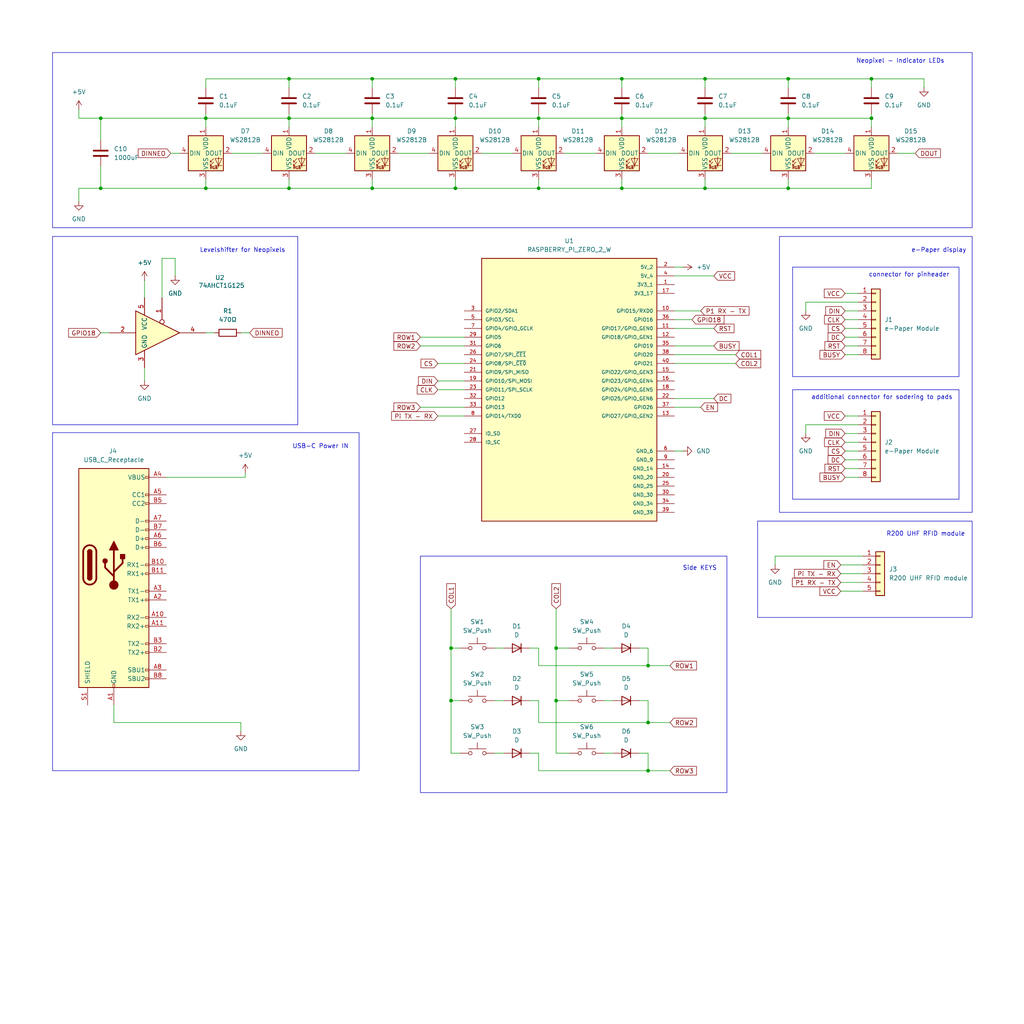
<source format=kicad_sch>
(kicad_sch (version 20250114) (generator "eeschema") (generator_version "9.0")
  (paper "User" 297 297)
  (title_block (title "smart_keybowl") (date "2025-07-06") (rev "1.0") (comment 1 "Author: Felix Wittwer"))
  (lib_symbols
    (symbol "74xGxx:74AHCT1G125"
      (property "Reference" "U" (at -2.54 3.81 0))
      (property "Value" "74AHCT1G125" (at 0 -3.81 0))
      (symbol "74AHCT1G125_0_1"
        (polyline (pts (xy -7.62 6.35) (xy -7.62 -6.35) (xy 5.08 0) (xy -7.62 6.35)) (stroke (width 0.254)) (fill (type background)))
      )
      (symbol "74AHCT1G125_1_1"
        (pin input line (at -15.24 0 0) (length 7.62) (name "~") (number "2"))
        (pin power_in line (at -5.08 10.16 270) (length 5.08) (name "VCC") (number "5"))
        (pin power_in line (at -5.08 -10.16 90) (length 5.08) (name "GND") (number "3"))
        (pin input inverted (at 0 10.16 270) (length 7.62) (name "~") (number "1"))
        (pin tri_state line (at 12.7 0 180) (length 7.62) (name "~") (number "4"))
      )
    )
    (symbol "Connector:USB_C_Receptacle" (pin_names (offset 1.016))
      (property "Reference" "J" (at -10.16 29.21 0))
      (property "Value" "USB_C_Receptacle" (at 10.16 29.21 0))
      (symbol "USB_C_Receptacle_0_0"
        (rectangle (start -0.254 -35.56) (end 0.254 -34.544))
        (rectangle (start 10.16 25.654) (end 9.144 25.146))
        (rectangle (start 10.16 20.574) (end 9.144 20.066))
        (rectangle (start 10.16 18.034) (end 9.144 17.526))
        (rectangle (start 10.16 12.954) (end 9.144 12.446))
        (rectangle (start 10.16 10.414) (end 9.144 9.906))
        (rectangle (start 10.16 7.874) (end 9.144 7.366))
        (rectangle (start 10.16 5.334) (end 9.144 4.826))
        (rectangle (start 10.16 0.254) (end 9.144 -0.254))
        (rectangle (start 10.16 -2.286) (end 9.144 -2.794))
        (rectangle (start 10.16 -7.366) (end 9.144 -7.874))
        (rectangle (start 10.16 -9.906) (end 9.144 -10.414))
        (rectangle (start 10.16 -14.986) (end 9.144 -15.494))
        (rectangle (start 10.16 -17.526) (end 9.144 -18.034))
        (rectangle (start 10.16 -22.606) (end 9.144 -23.114))
        (rectangle (start 10.16 -25.146) (end 9.144 -25.654))
        (rectangle (start 10.16 -30.226) (end 9.144 -30.734))
        (rectangle (start 10.16 -32.766) (end 9.144 -33.274))
      )
      (symbol "USB_C_Receptacle_0_1"
        (rectangle (start -10.16 27.94) (end 10.16 -35.56) (stroke (width 0.254)) (fill (type background)))
        (polyline (pts (xy -8.89 -3.81) (xy -8.89 3.81)) (stroke (width 0.508)))
        (rectangle (start -7.62 -3.81) (end -6.35 3.81) (stroke (width 0.254)) (fill (type outline)))
        (arc (start -7.62 3.81) (mid -6.985 4.4423) (end -6.35 3.81) (stroke (width 0.254)))
        (arc (start -7.62 3.81) (mid -6.985 4.4423) (end -6.35 3.81) (stroke (width 0.254)) (fill (type outline)))
        (arc (start -8.89 3.81) (mid -6.985 5.7067) (end -5.08 3.81) (stroke (width 0.508)))
        (arc (start -5.08 -3.81) (mid -6.985 -5.7067) (end -8.89 -3.81) (stroke (width 0.508)))
        (arc (start -6.35 -3.81) (mid -6.985 -4.4423) (end -7.62 -3.81) (stroke (width 0.254)))
        (arc (start -6.35 -3.81) (mid -6.985 -4.4423) (end -7.62 -3.81) (stroke (width 0.254)) (fill (type outline)))
        (polyline (pts (xy -5.08 3.81) (xy -5.08 -3.81)) (stroke (width 0.508)))
      )
      (symbol "USB_C_Receptacle_1_1"
        (circle (center -2.54 1.143) (radius 0.635) (stroke (width 0.254)) (fill (type outline)))
        (polyline (pts (xy -1.27 4.318) (xy 0 6.858) (xy 1.27 4.318) (xy -1.27 4.318)) (stroke (width 0.254)) (fill (type outline)))
        (polyline (pts (xy 0 -2.032) (xy 2.54 0.508) (xy 2.54 1.778)) (stroke (width 0.508)))
        (polyline (pts (xy 0 -3.302) (xy -2.54 -0.762) (xy -2.54 0.508)) (stroke (width 0.508)))
        (polyline (pts (xy 0 -5.842) (xy 0 4.318)) (stroke (width 0.508)))
        (circle (center 0 -5.842) (radius 1.27) (fill (type outline)))
        (rectangle (start 1.905 1.778) (end 3.175 3.048) (stroke (width 0.254)) (fill (type outline)))
        (pin passive line (at -7.62 -40.64 90) (length 5.08) (name "SHIELD") (number "S1"))
        (pin passive line (at 0 -40.64 90) (length 5.08) (name "GND") (number "A1"))
        (pin passive line (at 0 -40.64 90) (length 5.08) (hide yes) (name "GND") (number "A12"))
        (pin passive line (at 0 -40.64 90) (length 5.08) (hide yes) (name "GND") (number "B1"))
        (pin passive line (at 0 -40.64 90) (length 5.08) (hide yes) (name "GND") (number "B12"))
        (pin passive line (at 15.24 25.4 180) (length 5.08) (name "VBUS") (number "A4"))
        (pin passive line (at 15.24 25.4 180) (length 5.08) (hide yes) (name "VBUS") (number "A9"))
        (pin passive line (at 15.24 25.4 180) (length 5.08) (hide yes) (name "VBUS") (number "B4"))
        (pin passive line (at 15.24 25.4 180) (length 5.08) (hide yes) (name "VBUS") (number "B9"))
        (pin bidirectional line (at 15.24 20.32 180) (length 5.08) (name "CC1") (number "A5"))
        (pin bidirectional line (at 15.24 17.78 180) (length 5.08) (name "CC2") (number "B5"))
        (pin bidirectional line (at 15.24 12.7 180) (length 5.08) (name "D-") (number "A7"))
        (pin bidirectional line (at 15.24 10.16 180) (length 5.08) (name "D-") (number "B7"))
        (pin bidirectional line (at 15.24 7.62 180) (length 5.08) (name "D+") (number "A6"))
        (pin bidirectional line (at 15.24 5.08 180) (length 5.08) (name "D+") (number "B6"))
        (pin bidirectional line (at 15.24 0 180) (length 5.08) (name "RX1-") (number "B10"))
        (pin bidirectional line (at 15.24 -2.54 180) (length 5.08) (name "RX1+") (number "B11"))
        (pin bidirectional line (at 15.24 -7.62 180) (length 5.08) (name "TX1-") (number "A3"))
        (pin bidirectional line (at 15.24 -10.16 180) (length 5.08) (name "TX1+") (number "A2"))
        (pin bidirectional line (at 15.24 -15.24 180) (length 5.08) (name "RX2-") (number "A10"))
        (pin bidirectional line (at 15.24 -17.78 180) (length 5.08) (name "RX2+") (number "A11"))
        (pin bidirectional line (at 15.24 -22.86 180) (length 5.08) (name "TX2-") (number "B3"))
        (pin bidirectional line (at 15.24 -25.4 180) (length 5.08) (name "TX2+") (number "B2"))
        (pin bidirectional line (at 15.24 -30.48 180) (length 5.08) (name "SBU1") (number "A8"))
        (pin bidirectional line (at 15.24 -33.02 180) (length 5.08) (name "SBU2") (number "B8"))
      )
    )
    (symbol "Connector_Generic:Conn_01x05" (pin_names (offset 1.016) (hide yes))
      (property "Reference" "J" (at 0 7.62 0))
      (property "Value" "Conn_01x05" (at 0 -7.62 0))
      (symbol "Conn_01x05_1_1"
        (rectangle (start -1.27 6.35) (end 1.27 -6.35) (stroke (width 0.254)) (fill (type background)))
        (rectangle (start -1.27 5.207) (end 0 4.953) (stroke (width 0.1524)))
        (rectangle (start -1.27 2.667) (end 0 2.413) (stroke (width 0.1524)))
        (rectangle (start -1.27 0.127) (end 0 -0.127) (stroke (width 0.1524)))
        (rectangle (start -1.27 -2.413) (end 0 -2.667) (stroke (width 0.1524)))
        (rectangle (start -1.27 -4.953) (end 0 -5.207) (stroke (width 0.1524)))
        (pin passive line (at -5.08 5.08 0) (length 3.81) (name "Pin_1") (number "1"))
        (pin passive line (at -5.08 2.54 0) (length 3.81) (name "Pin_2") (number "2"))
        (pin passive line (at -5.08 0 0) (length 3.81) (name "Pin_3") (number "3"))
        (pin passive line (at -5.08 -2.54 0) (length 3.81) (name "Pin_4") (number "4"))
        (pin passive line (at -5.08 -5.08 0) (length 3.81) (name "Pin_5") (number "5"))
      )
    )
    (symbol "Connector_Generic:Conn_01x08" (pin_names (offset 1.016) (hide yes))
      (property "Reference" "J" (at 0 10.16 0))
      (property "Value" "Conn_01x08" (at 0 -12.7 0))
      (symbol "Conn_01x08_1_1"
        (rectangle (start -1.27 8.89) (end 1.27 -11.43) (stroke (width 0.254)) (fill (type background)))
        (rectangle (start -1.27 7.747) (end 0 7.493) (stroke (width 0.1524)))
        (rectangle (start -1.27 5.207) (end 0 4.953) (stroke (width 0.1524)))
        (rectangle (start -1.27 2.667) (end 0 2.413) (stroke (width 0.1524)))
        (rectangle (start -1.27 0.127) (end 0 -0.127) (stroke (width 0.1524)))
        (rectangle (start -1.27 -2.413) (end 0 -2.667) (stroke (width 0.1524)))
        (rectangle (start -1.27 -4.953) (end 0 -5.207) (stroke (width 0.1524)))
        (rectangle (start -1.27 -7.493) (end 0 -7.747) (stroke (width 0.1524)))
        (rectangle (start -1.27 -10.033) (end 0 -10.287) (stroke (width 0.1524)))
        (pin passive line (at -5.08 7.62 0) (length 3.81) (name "Pin_1") (number "1"))
        (pin passive line (at -5.08 5.08 0) (length 3.81) (name "Pin_2") (number "2"))
        (pin passive line (at -5.08 2.54 0) (length 3.81) (name "Pin_3") (number "3"))
        (pin passive line (at -5.08 0 0) (length 3.81) (name "Pin_4") (number "4"))
        (pin passive line (at -5.08 -2.54 0) (length 3.81) (name "Pin_5") (number "5"))
        (pin passive line (at -5.08 -5.08 0) (length 3.81) (name "Pin_6") (number "6"))
        (pin passive line (at -5.08 -7.62 0) (length 3.81) (name "Pin_7") (number "7"))
        (pin passive line (at -5.08 -10.16 0) (length 3.81) (name "Pin_8") (number "8"))
      )
    )
    (symbol "Device:C" (pin_numbers (hide yes)) (pin_names (offset 0.254))
      (property "Reference" "C" (at 0.635 2.54 0))
      (property "Value" "C" (at 0.635 -2.54 0))
      (symbol "C_0_1"
        (polyline (pts (xy -2.032 0.762) (xy 2.032 0.762)) (stroke (width 0.508)))
        (polyline (pts (xy -2.032 -0.762) (xy 2.032 -0.762)) (stroke (width 0.508)))
      )
      (symbol "C_1_1"
        (pin passive line (at 0 3.81 270) (length 2.794) (name "~") (number "1"))
        (pin passive line (at 0 -3.81 90) (length 2.794) (name "~") (number "2"))
      )
    )
    (symbol "Device:D" (pin_numbers (hide yes)) (pin_names (offset 1.016) (hide yes))
      (property "Reference" "D" (at 0 2.54 0))
      (property "Value" "D" (at 0 -2.54 0))
      (symbol "D_0_1"
        (polyline (pts (xy -1.27 1.27) (xy -1.27 -1.27)) (stroke (width 0.254)))
        (polyline (pts (xy 1.27 1.27) (xy 1.27 -1.27) (xy -1.27 0) (xy 1.27 1.27)) (stroke (width 0.254)))
        (polyline (pts (xy 1.27 0) (xy -1.27 0)))
      )
      (symbol "D_1_1"
        (pin passive line (at -3.81 0 0) (length 2.54) (name "K") (number "1"))
        (pin passive line (at 3.81 0 180) (length 2.54) (name "A") (number "2"))
      )
    )
    (symbol "Device:R" (pin_numbers (hide yes)) (pin_names (offset 0))
      (property "Reference" "R" (at 2.032 0 90))
      (property "Value" "R" (at 0 0 90))
      (symbol "R_0_1"
        (rectangle (start -1.016 -2.54) (end 1.016 2.54) (stroke (width 0.254)))
      )
      (symbol "R_1_1"
        (pin passive line (at 0 3.81 270) (length 1.27) (name "~") (number "1"))
        (pin passive line (at 0 -3.81 90) (length 1.27) (name "~") (number "2"))
      )
    )
    (symbol "LED:WS2812B" (pin_names (offset 0.254))
      (property "Reference" "D" (at 5.08 5.715 0))
      (property "Value" "WS2812B" (at 1.27 -5.715 0))
      (symbol "WS2812B_0_0"
        (text "RGB" (at 2.286 -4.191 0) (effects (font (size 0.762 0.762))))
      )
      (symbol "WS2812B_0_1"
        (polyline (pts (xy 1.27 -2.54) (xy 1.778 -2.54)))
        (polyline (pts (xy 1.27 -3.556) (xy 1.778 -3.556)))
        (polyline (pts (xy 2.286 -1.524) (xy 1.27 -2.54) (xy 1.27 -2.032)))
        (polyline (pts (xy 2.286 -2.54) (xy 1.27 -3.556) (xy 1.27 -3.048)))
        (polyline (pts (xy 3.683 -1.016) (xy 3.683 -3.556) (xy 3.683 -4.064)))
        (polyline (pts (xy 4.699 -1.524) (xy 2.667 -1.524) (xy 3.683 -3.556) (xy 4.699 -1.524)))
        (polyline (pts (xy 4.699 -3.556) (xy 2.667 -3.556)))
        (rectangle (start 5.08 5.08) (end -5.08 -5.08) (stroke (width 0.254)) (fill (type background)))
      )
      (symbol "WS2812B_1_1"
        (pin input line (at -7.62 0 0) (length 2.54) (name "DIN") (number "4"))
        (pin power_in line (at 0 7.62 270) (length 2.54) (name "VDD") (number "1"))
        (pin power_in line (at 0 -7.62 90) (length 2.54) (name "VSS") (number "3"))
        (pin output line (at 7.62 0 180) (length 2.54) (name "DOUT") (number "2"))
      )
    )
    (symbol "RPi:RASPBERRY_PI_ZERO_2_W" (pin_names (offset 1.016))
      (property "Reference" "U" (at -25.42 39.3962 0))
      (property "Value" "RASPBERRY_PI_ZERO_2_W" (at -25.4191 -40.6687 0))
      (symbol "RASPBERRY_PI_ZERO_2_W_0_0"
        (rectangle (start -25.4 -38.1) (end 25.4 38.1) (stroke (width 0.254)) (fill (type background)))
        (pin bidirectional line (at -30.48 22.86 0) (length 5.08) (name "GPIO2/SDA1") (number "3"))
        (pin bidirectional line (at -30.48 20.32 0) (length 5.08) (name "GPIO3/SCL") (number "5"))
        (pin bidirectional line (at -30.48 17.78 0) (length 5.08) (name "GPIO4/GPIO_GCLK") (number "7"))
        (pin bidirectional line (at -30.48 15.24 0) (length 5.08) (name "GPIO5") (number "29"))
        (pin bidirectional line (at -30.48 12.7 0) (length 5.08) (name "GPIO6") (number "31"))
        (pin bidirectional line (at -30.48 10.16 0) (length 5.08) (name "GPIO7/SPI_~{CE1}") (number "26"))
        (pin bidirectional line (at -30.48 7.62 0) (length 5.08) (name "GPIO8/SPI_~{CE0}") (number "24"))
        (pin bidirectional line (at -30.48 5.08 0) (length 5.08) (name "GPIO9/SPI_MISO") (number "21"))
        (pin bidirectional line (at -30.48 2.54 0) (length 5.08) (name "GPIO10/SPI_MOSI") (number "19"))
        (pin bidirectional line (at -30.48 0 0) (length 5.08) (name "GPIO11/SPI_SCLK") (number "23"))
        (pin bidirectional line (at -30.48 -2.54 0) (length 5.08) (name "GPIO12") (number "32"))
        (pin bidirectional line (at -30.48 -5.08 0) (length 5.08) (name "GPIO13") (number "33"))
        (pin bidirectional line (at -30.48 -7.62 0) (length 5.08) (name "GPIO14/TXD0") (number "8"))
        (pin bidirectional line (at -30.48 -12.7 0) (length 5.08) (name "ID_SD") (number "27"))
        (pin bidirectional line (at -30.48 -15.24 0) (length 5.08) (name "ID_SC") (number "28"))
        (pin power_in line (at 30.48 35.56 180) (length 5.08) (name "5V_2") (number "2"))
        (pin power_in line (at 30.48 33.02 180) (length 5.08) (name "5V_4") (number "4"))
        (pin power_in line (at 30.48 30.48 180) (length 5.08) (name "3V3_1") (number "1"))
        (pin power_in line (at 30.48 27.94 180) (length 5.08) (name "3V3_17") (number "17"))
        (pin bidirectional line (at 30.48 22.86 180) (length 5.08) (name "GPIO15/RXD0") (number "10"))
        (pin bidirectional line (at 30.48 20.32 180) (length 5.08) (name "GPIO16") (number "36"))
        (pin bidirectional line (at 30.48 17.78 180) (length 5.08) (name "GPIO17/GPIO_GEN0") (number "11"))
        (pin bidirectional line (at 30.48 15.24 180) (length 5.08) (name "GPIO18/GPIO_GEN1") (number "12"))
        (pin bidirectional line (at 30.48 12.7 180) (length 5.08) (name "GPIO19") (number "35"))
        (pin bidirectional line (at 30.48 10.16 180) (length 5.08) (name "GPIO20") (number "38"))
        (pin bidirectional line (at 30.48 7.62 180) (length 5.08) (name "GPIO21") (number "40"))
        (pin bidirectional line (at 30.48 5.08 180) (length 5.08) (name "GPIO22/GPIO_GEN3") (number "15"))
        (pin bidirectional line (at 30.48 2.54 180) (length 5.08) (name "GPIO23/GPIO_GEN4") (number "16"))
        (pin bidirectional line (at 30.48 0 180) (length 5.08) (name "GPIO24/GPIO_GEN5") (number "18"))
        (pin bidirectional line (at 30.48 -2.54 180) (length 5.08) (name "GPIO25/GPIO_GEN6") (number "22"))
        (pin bidirectional line (at 30.48 -5.08 180) (length 5.08) (name "GPIO26") (number "37"))
        (pin bidirectional line (at 30.48 -7.62 180) (length 5.08) (name "GPIO27/GPIO_GEN2") (number "13"))
        (pin power_in line (at 30.48 -17.78 180) (length 5.08) (name "GND_6") (number "6"))
        (pin power_in line (at 30.48 -20.32 180) (length 5.08) (name "GND_9") (number "9"))
        (pin power_in line (at 30.48 -22.86 180) (length 5.08) (name "GND_14") (number "14"))
        (pin power_in line (at 30.48 -25.4 180) (length 5.08) (name "GND_20") (number "20"))
        (pin power_in line (at 30.48 -27.94 180) (length 5.08) (name "GND_25") (number "25"))
        (pin power_in line (at 30.48 -30.48 180) (length 5.08) (name "GND_30") (number "30"))
        (pin power_in line (at 30.48 -33.02 180) (length 5.08) (name "GND_34") (number "34"))
        (pin power_in line (at 30.48 -35.56 180) (length 5.08) (name "GND_39") (number "39"))
      )
    )
    (symbol "Switch:SW_Push" (pin_numbers (hide yes)) (pin_names (offset 1.016) (hide yes))
      (property "Reference" "SW" (at 1.27 2.54 0))
      (property "Value" "SW_Push" (at 0 -1.524 0))
      (symbol "SW_Push_0_1"
        (circle (center -2.032 0) (radius 0.508))
        (polyline (pts (xy 0 1.27) (xy 0 3.048)))
        (circle (center 2.032 0) (radius 0.508))
        (polyline (pts (xy 2.54 1.27) (xy -2.54 1.27)))
        (pin passive line (at -5.08 0 0) (length 2.54) (name "1") (number "1"))
        (pin passive line (at 5.08 0 180) (length 2.54) (name "2") (number "2"))
      )
    )
    (symbol "power:+5V" (power) (pin_numbers (hide yes)) (pin_names (offset 0) (hide yes))
      (property "Value" "+5V" (at 0 3.556 0))
      (symbol "+5V_0_1"
        (polyline (pts (xy -0.762 1.27) (xy 0 2.54)))
        (polyline (pts (xy 0 2.54) (xy 0.762 1.27)))
        (polyline (pts (xy 0 0) (xy 0 2.54)))
      )
      (symbol "+5V_1_1"
        (pin power_in line (at 0 0 90) (length 0) (name "~") (number "1"))
      )
    )
    (symbol "power:GND" (power) (pin_numbers (hide yes)) (pin_names (offset 0) (hide yes))
      (property "Value" "GND" (at 0 -3.81 0))
      (symbol "GND_0_1"
        (polyline (pts (xy 0 0) (xy 0 -1.27) (xy 1.27 -1.27) (xy 0 -2.54) (xy -1.27 -1.27) (xy 0 -1.27)))
      )
      (symbol "GND_1_1"
        (pin power_in line (at 0 0 270) (length 0) (name "~") (number "1"))
      )
    )
  )
  (rectangle (start 229.87 77.47) (end 278.13 109.22))
  (rectangle (start 15.24 68.58) (end 86.36 123.19))
  (rectangle (start 229.87 113.03) (end 278.13 144.78))
  (rectangle (start 219.71 151.13) (end 281.94 179.07))
  (rectangle (start 226.06 68.58) (end 281.94 148.59))
  (rectangle (start 15.24 15.24) (end 281.94 66.04))
  (rectangle (start 15.24 125.476) (end 104.14 223.52))
  (rectangle (start 121.92 161.29) (end 210.82 229.87))
  (text "R200 UHF RFID module" (at 268.478 154.94 0) (effects (font (size 1.27 1.27))))
  (text "connector for pinheader" (at 263.652 79.756 0) (effects (font (size 1.27 1.27))))
  (text "Side KEYS" (at 202.946 164.846 0) (effects (font (size 1.27 1.27))))
  (text "Levelshifter for Neopixels" (at 70.358 72.644 0) (effects (font (size 1.27 1.27))))
  (text "USB-C Power IN" (at 92.964 129.54 0) (effects (font (size 1.27 1.27))))
  (text "Neopixel - Indicator LEDs" (at 261.112 17.78 0) (effects (font (size 1.27 1.27))))
  (text "additional connector for sodering to pads" (at 255.778 115.316 0) (effects (font (size 1.27 1.27))))
  (text "e-Paper display" (at 272.288 72.644 0) (effects (font (size 1.27 1.27))))
  (junction (at 107.95 54.61))
  (junction (at 228.6 22.86))
  (junction (at 83.82 22.86))
  (junction (at 59.69 54.61))
  (junction (at 180.34 54.61))
  (junction (at 252.73 22.86))
  (junction (at 132.08 54.61))
  (junction (at 156.21 22.86))
  (junction (at 107.95 34.29))
  (junction (at 83.82 54.61))
  (junction (at 187.96 223.52))
  (junction (at 204.47 22.86))
  (junction (at 187.96 209.55))
  (junction (at 204.47 54.61))
  (junction (at 252.73 34.29))
  (junction (at 180.34 22.86))
  (junction (at 161.29 203.2))
  (junction (at 130.81 187.96))
  (junction (at 228.6 34.29))
  (junction (at 156.21 34.29))
  (junction (at 228.6 54.61))
  (junction (at 161.29 187.96))
  (junction (at 107.95 22.86))
  (junction (at 29.21 34.29))
  (junction (at 29.21 54.61))
  (junction (at 83.82 34.29))
  (junction (at 180.34 34.29))
  (junction (at 59.69 34.29))
  (junction (at 204.47 34.29))
  (junction (at 132.08 22.86))
  (junction (at 130.81 203.2))
  (junction (at 132.08 34.29))
  (junction (at 156.21 54.61))
  (junction (at 187.96 193.04))
  (wire (pts (xy 107.95 22.86) (xy 132.08 22.86)))
  (wire (pts (xy 228.6 33.02) (xy 228.6 34.29)))
  (wire (pts (xy 260.35 44.45) (xy 265.43 44.45)))
  (wire (pts (xy 46.99 74.93) (xy 46.99 86.36)))
  (wire (pts (xy 245.11 138.43) (xy 248.92 138.43)))
  (wire (pts (xy 59.69 33.02) (xy 59.69 34.29)))
  (wire (pts (xy 33.02 204.47) (xy 33.02 209.55)))
  (wire (pts (xy 204.47 34.29) (xy 204.47 36.83)))
  (wire (pts (xy 156.21 22.86) (xy 156.21 25.4)))
  (wire (pts (xy 245.11 128.27) (xy 248.92 128.27)))
  (wire (pts (xy 203.2 90.17) (xy 195.58 90.17)))
  (wire (pts (xy 187.96 223.52) (xy 194.31 223.52)))
  (wire (pts (xy 245.11 133.35) (xy 248.92 133.35)))
  (wire (pts (xy 41.91 81.28) (xy 41.91 86.36)))
  (wire (pts (xy 132.08 54.61) (xy 107.95 54.61)))
  (wire (pts (xy 156.21 54.61) (xy 132.08 54.61)))
  (wire (pts (xy 156.21 34.29) (xy 156.21 36.83)))
  (wire (pts (xy 175.26 218.44) (xy 177.8 218.44)))
  (wire (pts (xy 132.08 52.07) (xy 132.08 54.61)))
  (wire (pts (xy 165.1 203.2) (xy 161.29 203.2)))
  (wire (pts (xy 156.21 218.44) (xy 153.67 218.44)))
  (wire (pts (xy 180.34 22.86) (xy 204.47 22.86)))
  (wire (pts (xy 224.79 161.29) (xy 250.19 161.29)))
  (wire (pts (xy 195.58 118.11) (xy 203.2 118.11)))
  (wire (pts (xy 243.84 166.37) (xy 250.19 166.37)))
  (wire (pts (xy 204.47 54.61) (xy 180.34 54.61)))
  (wire (pts (xy 69.85 212.09) (xy 69.85 209.55)))
  (wire (pts (xy 180.34 54.61) (xy 156.21 54.61)))
  (wire (pts (xy 48.26 138.43) (xy 71.12 138.43)))
  (wire (pts (xy 156.21 33.02) (xy 156.21 34.29)))
  (wire (pts (xy 252.73 54.61) (xy 228.6 54.61)))
  (wire (pts (xy 180.34 34.29) (xy 156.21 34.29)))
  (wire (pts (xy 50.8 74.93) (xy 50.8 80.01)))
  (wire (pts (xy 204.47 22.86) (xy 228.6 22.86)))
  (wire (pts (xy 132.08 34.29) (xy 132.08 36.83)))
  (wire (pts (xy 204.47 33.02) (xy 204.47 34.29)))
  (wire (pts (xy 163.83 44.45) (xy 172.72 44.45)))
  (wire (pts (xy 59.69 52.07) (xy 59.69 54.61)))
  (wire (pts (xy 165.1 218.44) (xy 161.29 218.44)))
  (wire (pts (xy 156.21 22.86) (xy 180.34 22.86)))
  (wire (pts (xy 233.68 123.19) (xy 248.92 123.19)))
  (wire (pts (xy 121.92 100.33) (xy 134.62 100.33)))
  (wire (pts (xy 143.51 203.2) (xy 146.05 203.2)))
  (wire (pts (xy 195.58 100.33) (xy 207.01 100.33)))
  (wire (pts (xy 233.68 87.63) (xy 248.92 87.63)))
  (wire (pts (xy 187.96 209.55) (xy 194.31 209.55)))
  (wire (pts (xy 121.92 118.11) (xy 134.62 118.11)))
  (wire (pts (xy 139.7 44.45) (xy 148.59 44.45)))
  (wire (pts (xy 245.11 97.79) (xy 248.92 97.79)))
  (wire (pts (xy 130.81 187.96) (xy 133.35 187.96)))
  (wire (pts (xy 132.08 22.86) (xy 132.08 25.4)))
  (wire (pts (xy 71.12 137.16) (xy 71.12 138.43)))
  (wire (pts (xy 175.26 203.2) (xy 177.8 203.2)))
  (wire (pts (xy 83.82 34.29) (xy 83.82 36.83)))
  (wire (pts (xy 161.29 218.44) (xy 161.29 203.2)))
  (wire (pts (xy 243.84 163.83) (xy 250.19 163.83)))
  (wire (pts (xy 33.02 209.55) (xy 69.85 209.55)))
  (wire (pts (xy 59.69 25.4) (xy 59.69 22.86)))
  (wire (pts (xy 133.35 203.2) (xy 130.81 203.2)))
  (wire (pts (xy 29.21 54.61) (xy 59.69 54.61)))
  (wire (pts (xy 233.68 87.63) (xy 233.68 90.17)))
  (wire (pts (xy 59.69 22.86) (xy 83.82 22.86)))
  (wire (pts (xy 228.6 52.07) (xy 228.6 54.61)))
  (wire (pts (xy 187.96 203.2) (xy 187.96 209.55)))
  (wire (pts (xy 245.11 92.71) (xy 248.92 92.71)))
  (wire (pts (xy 195.58 95.25) (xy 207.01 95.25)))
  (wire (pts (xy 156.21 209.55) (xy 187.96 209.55)))
  (wire (pts (xy 161.29 203.2) (xy 161.29 187.96)))
  (wire (pts (xy 195.58 102.87) (xy 213.36 102.87)))
  (wire (pts (xy 180.34 34.29) (xy 180.34 36.83)))
  (wire (pts (xy 207.01 80.01) (xy 195.58 80.01)))
  (wire (pts (xy 156.21 52.07) (xy 156.21 54.61)))
  (wire (pts (xy 245.11 102.87) (xy 248.92 102.87)))
  (wire (pts (xy 161.29 187.96) (xy 165.1 187.96)))
  (wire (pts (xy 245.11 85.09) (xy 248.92 85.09)))
  (wire (pts (xy 180.34 25.4) (xy 180.34 22.86)))
  (wire (pts (xy 83.82 34.29) (xy 59.69 34.29)))
  (wire (pts (xy 127 105.41) (xy 134.62 105.41)))
  (wire (pts (xy 133.35 218.44) (xy 130.81 218.44)))
  (wire (pts (xy 132.08 33.02) (xy 132.08 34.29)))
  (wire (pts (xy 115.57 44.45) (xy 124.46 44.45)))
  (wire (pts (xy 228.6 22.86) (xy 228.6 25.4)))
  (wire (pts (xy 228.6 34.29) (xy 204.47 34.29)))
  (wire (pts (xy 127 110.49) (xy 134.62 110.49)))
  (wire (pts (xy 83.82 22.86) (xy 107.95 22.86)))
  (wire (pts (xy 156.21 203.2) (xy 156.21 209.55)))
  (wire (pts (xy 187.96 44.45) (xy 196.85 44.45)))
  (wire (pts (xy 252.73 36.83) (xy 252.73 34.29)))
  (wire (pts (xy 22.86 58.42) (xy 22.86 54.61)))
  (wire (pts (xy 83.82 33.02) (xy 83.82 34.29)))
  (wire (pts (xy 245.11 100.33) (xy 248.92 100.33)))
  (wire (pts (xy 67.31 44.45) (xy 76.2 44.45)))
  (wire (pts (xy 29.21 40.64) (xy 29.21 34.29)))
  (wire (pts (xy 252.73 34.29) (xy 228.6 34.29)))
  (wire (pts (xy 175.26 187.96) (xy 177.8 187.96)))
  (wire (pts (xy 59.69 34.29) (xy 59.69 36.83)))
  (wire (pts (xy 245.11 120.65) (xy 248.92 120.65)))
  (wire (pts (xy 132.08 22.86) (xy 156.21 22.86)))
  (wire (pts (xy 187.96 193.04) (xy 194.31 193.04)))
  (wire (pts (xy 195.58 115.57) (xy 207.01 115.57)))
  (wire (pts (xy 156.21 187.96) (xy 156.21 193.04)))
  (wire (pts (xy 143.51 218.44) (xy 146.05 218.44)))
  (wire (pts (xy 195.58 77.47) (xy 198.12 77.47)))
  (wire (pts (xy 161.29 176.53) (xy 161.29 187.96)))
  (wire (pts (xy 233.68 123.19) (xy 233.68 125.73)))
  (wire (pts (xy 243.84 171.45) (xy 250.19 171.45)))
  (wire (pts (xy 156.21 223.52) (xy 187.96 223.52)))
  (wire (pts (xy 107.95 52.07) (xy 107.95 54.61)))
  (wire (pts (xy 228.6 34.29) (xy 228.6 36.83)))
  (wire (pts (xy 107.95 34.29) (xy 107.95 36.83)))
  (wire (pts (xy 252.73 33.02) (xy 252.73 34.29)))
  (wire (pts (xy 132.08 34.29) (xy 107.95 34.29)))
  (wire (pts (xy 107.95 33.02) (xy 107.95 34.29)))
  (wire (pts (xy 224.79 161.29) (xy 224.79 163.83)))
  (wire (pts (xy 130.81 203.2) (xy 130.81 187.96)))
  (wire (pts (xy 130.81 218.44) (xy 130.81 203.2)))
  (wire (pts (xy 29.21 96.52) (xy 31.75 96.52)))
  (wire (pts (xy 49.53 44.45) (xy 52.07 44.45)))
  (wire (pts (xy 204.47 52.07) (xy 204.47 54.61)))
  (wire (pts (xy 187.96 218.44) (xy 187.96 223.52)))
  (wire (pts (xy 121.92 97.79) (xy 134.62 97.79)))
  (wire (pts (xy 204.47 34.29) (xy 180.34 34.29)))
  (wire (pts (xy 212.09 44.45) (xy 220.98 44.45)))
  (wire (pts (xy 180.34 33.02) (xy 180.34 34.29)))
  (wire (pts (xy 29.21 34.29) (xy 59.69 34.29)))
  (wire (pts (xy 252.73 22.86) (xy 252.73 25.4)))
  (wire (pts (xy 245.11 95.25) (xy 248.92 95.25)))
  (wire (pts (xy 204.47 22.86) (xy 204.47 25.4)))
  (wire (pts (xy 195.58 130.81) (xy 198.12 130.81)))
  (wire (pts (xy 62.23 96.52) (xy 59.69 96.52)))
  (wire (pts (xy 29.21 48.26) (xy 29.21 54.61)))
  (wire (pts (xy 72.39 96.52) (xy 69.85 96.52)))
  (wire (pts (xy 243.84 168.91) (xy 250.19 168.91)))
  (wire (pts (xy 107.95 54.61) (xy 83.82 54.61)))
  (wire (pts (xy 267.97 25.4) (xy 267.97 22.86)))
  (wire (pts (xy 185.42 187.96) (xy 187.96 187.96)))
  (wire (pts (xy 156.21 193.04) (xy 187.96 193.04)))
  (wire (pts (xy 41.91 106.68) (xy 41.91 110.49)))
  (wire (pts (xy 91.44 44.45) (xy 100.33 44.45)))
  (wire (pts (xy 107.95 34.29) (xy 83.82 34.29)))
  (wire (pts (xy 127 120.65) (xy 134.62 120.65)))
  (wire (pts (xy 156.21 203.2) (xy 153.67 203.2)))
  (wire (pts (xy 127 113.03) (xy 134.62 113.03)))
  (wire (pts (xy 228.6 22.86) (xy 252.73 22.86)))
  (wire (pts (xy 156.21 34.29) (xy 132.08 34.29)))
  (wire (pts (xy 180.34 52.07) (xy 180.34 54.61)))
  (wire (pts (xy 245.11 125.73) (xy 248.92 125.73)))
  (wire (pts (xy 143.51 187.96) (xy 146.05 187.96)))
  (wire (pts (xy 185.42 203.2) (xy 187.96 203.2)))
  (wire (pts (xy 236.22 44.45) (xy 245.11 44.45)))
  (wire (pts (xy 187.96 187.96) (xy 187.96 193.04)))
  (wire (pts (xy 153.67 187.96) (xy 156.21 187.96)))
  (wire (pts (xy 83.82 52.07) (xy 83.82 54.61)))
  (wire (pts (xy 267.97 22.86) (xy 252.73 22.86)))
  (wire (pts (xy 245.11 90.17) (xy 248.92 90.17)))
  (wire (pts (xy 195.58 92.71) (xy 200.66 92.71)))
  (wire (pts (xy 83.82 22.86) (xy 83.82 25.4)))
  (wire (pts (xy 22.86 54.61) (xy 29.21 54.61)))
  (wire (pts (xy 22.86 31.75) (xy 22.86 34.29)))
  (wire (pts (xy 156.21 218.44) (xy 156.21 223.52)))
  (wire (pts (xy 130.81 176.53) (xy 130.81 187.96)))
  (wire (pts (xy 228.6 54.61) (xy 204.47 54.61)))
  (wire (pts (xy 22.86 34.29) (xy 29.21 34.29)))
  (wire (pts (xy 195.58 105.41) (xy 213.36 105.41)))
  (wire (pts (xy 252.73 52.07) (xy 252.73 54.61)))
  (wire (pts (xy 50.8 74.93) (xy 46.99 74.93)))
  (wire (pts (xy 107.95 22.86) (xy 107.95 25.4)))
  (wire (pts (xy 83.82 54.61) (xy 59.69 54.61)))
  (wire (pts (xy 185.42 218.44) (xy 187.96 218.44)))
  (wire (pts (xy 245.11 130.81) (xy 248.92 130.81)))
  (wire (pts (xy 245.11 135.89) (xy 248.92 135.89)))
  (global_label "BUSY" (shape input) (at 207.01 100.33 0) (property "Intersheetrefs" "${INTERSHEET_REFS}" (effects (hide yes))))
  (global_label "ROW1" (shape input) (at 121.92 97.79 180) (property "Intersheetrefs" "${INTERSHEET_REFS}" (effects (hide yes))))
  (global_label "BUSY" (shape input) (at 245.11 102.87 180) (property "Intersheetrefs" "${INTERSHEET_REFS}" (effects (hide yes))))
  (global_label "P1 RX - TX" (shape input) (at 243.84 168.91 180) (property "Intersheetrefs" "${INTERSHEET_REFS}" (effects (hide yes))))
  (global_label "Pi TX - RX" (shape input) (at 243.84 166.37 180) (property "Intersheetrefs" "${INTERSHEET_REFS}" (effects (hide yes))))
  (global_label "DC" (shape input) (at 245.11 133.35 180) (property "Intersheetrefs" "${INTERSHEET_REFS}" (effects (hide yes))))
  (global_label "CS" (shape input) (at 245.11 95.25 180) (property "Intersheetrefs" "${INTERSHEET_REFS}" (effects (hide yes))))
  (global_label "CS" (shape input) (at 127 105.41 180) (property "Intersheetrefs" "${INTERSHEET_REFS}" (effects (hide yes))))
  (global_label "VCC" (shape input) (at 245.11 85.09 180) (property "Intersheetrefs" "${INTERSHEET_REFS}" (effects (hide yes))))
  (global_label "VCC" (shape input) (at 245.11 120.65 180) (property "Intersheetrefs" "${INTERSHEET_REFS}" (effects (hide yes))))
  (global_label "P1 RX - TX" (shape input) (at 203.2 90.17 0) (property "Intersheetrefs" "${INTERSHEET_REFS}" (effects (hide yes))))
  (global_label "ROW2" (shape input) (at 121.92 100.33 180) (property "Intersheetrefs" "${INTERSHEET_REFS}" (effects (hide yes))))
  (global_label "CLK" (shape input) (at 127 113.03 180) (property "Intersheetrefs" "${INTERSHEET_REFS}" (effects (hide yes))))
  (global_label "Pi TX - RX" (shape input) (at 127 120.65 180) (property "Intersheetrefs" "${INTERSHEET_REFS}" (effects (hide yes))))
  (global_label "ROW3" (shape input) (at 121.92 118.11 180) (property "Intersheetrefs" "${INTERSHEET_REFS}" (effects (hide yes))))
  (global_label "ROW3" (shape input) (at 194.31 223.52 0) (property "Intersheetrefs" "${INTERSHEET_REFS}" (effects (hide yes))))
  (global_label "ROW1" (shape input) (at 194.31 193.04 0) (property "Intersheetrefs" "${INTERSHEET_REFS}" (effects (hide yes))))
  (global_label "DIN" (shape input) (at 245.11 125.73 180) (property "Intersheetrefs" "${INTERSHEET_REFS}" (effects (hide yes))))
  (global_label "EN" (shape input) (at 243.84 163.83 180) (property "Intersheetrefs" "${INTERSHEET_REFS}" (effects (hide yes))))
  (global_label "CLK" (shape input) (at 245.11 92.71 180) (property "Intersheetrefs" "${INTERSHEET_REFS}" (effects (hide yes))))
  (global_label "VCC" (shape input) (at 243.84 171.45 180) (property "Intersheetrefs" "${INTERSHEET_REFS}" (effects (hide yes))))
  (global_label "VCC" (shape input) (at 207.01 80.01 0) (property "Intersheetrefs" "${INTERSHEET_REFS}" (effects (hide yes))))
  (global_label "RST" (shape input) (at 245.11 135.89 180) (property "Intersheetrefs" "${INTERSHEET_REFS}" (effects (hide yes))))
  (global_label "DC" (shape input) (at 245.11 97.79 180) (property "Intersheetrefs" "${INTERSHEET_REFS}" (effects (hide yes))))
  (global_label "BUSY" (shape input) (at 245.11 138.43 180) (property "Intersheetrefs" "${INTERSHEET_REFS}" (effects (hide yes))))
  (global_label "RST" (shape input) (at 207.01 95.25 0) (property "Intersheetrefs" "${INTERSHEET_REFS}" (effects (hide yes))))
  (global_label "DC" (shape input) (at 207.01 115.57 0) (property "Intersheetrefs" "${INTERSHEET_REFS}" (effects (hide yes))))
  (global_label "RST" (shape input) (at 245.11 100.33 180) (property "Intersheetrefs" "${INTERSHEET_REFS}" (effects (hide yes))))
  (global_label "CS" (shape input) (at 245.11 130.81 180) (property "Intersheetrefs" "${INTERSHEET_REFS}" (effects (hide yes))))
  (global_label "DINNEO" (shape input) (at 49.53 44.45 180) (property "Intersheetrefs" "${INTERSHEET_REFS}" (effects (hide yes))))
  (global_label "DIN" (shape input) (at 245.11 90.17 180) (property "Intersheetrefs" "${INTERSHEET_REFS}" (effects (hide yes))))
  (global_label "DINNEO" (shape input) (at 72.39 96.52 0) (property "Intersheetrefs" "${INTERSHEET_REFS}" (effects (hide yes))))
  (global_label "DIN" (shape input) (at 127 110.49 180) (property "Intersheetrefs" "${INTERSHEET_REFS}" (effects (hide yes))))
  (global_label "EN" (shape input) (at 203.2 118.11 0) (property "Intersheetrefs" "${INTERSHEET_REFS}" (effects (hide yes))))
  (global_label "COL2" (shape input) (at 161.29 176.53 90) (property "Intersheetrefs" "${INTERSHEET_REFS}" (effects (hide yes))))
  (global_label "COL1" (shape input) (at 130.81 176.53 90) (property "Intersheetrefs" "${INTERSHEET_REFS}" (effects (hide yes))))
  (global_label "GPIO18" (shape input) (at 29.21 96.52 180) (property "Intersheetrefs" "${INTERSHEET_REFS}" (effects (hide yes))))
  (global_label "COL2" (shape input) (at 213.36 105.41 0) (property "Intersheetrefs" "${INTERSHEET_REFS}" (effects (hide yes))))
  (global_label "GPIO18" (shape input) (at 200.66 92.71 0) (property "Intersheetrefs" "${INTERSHEET_REFS}" (effects (hide yes))))
  (global_label "ROW2" (shape input) (at 194.31 209.55 0) (property "Intersheetrefs" "${INTERSHEET_REFS}" (effects (hide yes))))
  (global_label "CLK" (shape input) (at 245.11 128.27 180) (property "Intersheetrefs" "${INTERSHEET_REFS}" (effects (hide yes))))
  (global_label "COL1" (shape input) (at 213.36 102.87 0) (property "Intersheetrefs" "${INTERSHEET_REFS}" (effects (hide yes))))
  (global_label "DOUT" (shape input) (at 265.43 44.45 0) (property "Intersheetrefs" "${INTERSHEET_REFS}" (effects (hide yes))))
  (symbol (lib_id "power:+5V") (at 41.91 81.28 0) (unit 1)
    (property "Reference" "#PWR05" (effects (hide yes)))
    (property "Value" "+5V" (at 41.91 76.2 0))
    (property "Description" "Power symbol creates a global label with name \"+5V\"" (effects (hide yes)))
  )
  (symbol (lib_id "Device:C") (at 180.34 29.21 0) (unit 1)
    (property "Reference" "C6" (at 184.15 27.9399 0) (effects (justify left)))
    (property "Value" "0.1uF" (at 184.15 30.4799 0) (effects (justify left)))
    (property "Footprint" "Capacitor_SMD:C_0805_2012Metric" (effects (hide yes)))
    (property "Description" "Unpolarized capacitor" (effects (hide yes)))
  )
  (symbol (lib_id "power:GND") (at 198.12 130.81 90) (unit 1)
    (property "Reference" "#PWR04" (effects (hide yes)))
    (property "Value" "GND" (at 201.93 130.8099 90) (effects (justify right)))
    (property "Description" "Power symbol creates a global label with name \"GND\" , ground" (effects (hide yes)))
  )
  (symbol (lib_id "Connector_Generic:Conn_01x08") (at 254 128.27 0) (unit 1)
    (property "Reference" "J2" (at 256.54 128.2699 0) (effects (justify left)))
    (property "Value" "e-Paper Module" (at 256.54 130.8099 0) (effects (justify left)))
    (property "Footprint" "Connector_JST:JST_EH_B8B-EH-A_1x08_P2.50mm_Vertical" (effects (hide yes)))
    (property "Description" "Generic connector, single row, 01x08, script generated (kicad-library-utils/schlib/autogen/connector/)" (effects (hide yes)))
  )
  (symbol (lib_id "Device:D") (at 149.86 187.96 180) (unit 1)
    (property "Reference" "D1" (at 149.86 181.61 0))
    (property "Value" "D" (at 149.86 184.15 0))
    (property "Footprint" "Diode_SMD:D_0805_2012Metric" (effects (hide yes)))
    (property "Description" "Diode" (effects (hide yes)))
    (property "Sim.Device" "D" (effects (hide yes)))
    (property "Sim.Pins" "1=K 2=A" (effects (hide yes)))
  )
  (symbol (lib_id "power:GND") (at 233.68 125.73 0) (unit 1)
    (property "Reference" "#PWR08" (effects (hide yes)))
    (property "Value" "GND" (at 233.68 130.81 0))
    (property "Description" "Power symbol creates a global label with name \"GND\" , ground" (effects (hide yes)))
  )
  (symbol (lib_id "LED:WS2812B") (at 59.69 44.45 0) (unit 1)
    (property "Reference" "D7" (at 71.12 38.0298 0))
    (property "Value" "WS2812B" (at 71.12 40.5698 0))
    (property "Footprint" "LED_SMD:LED_WS2812B_PLCC4_5.0x5.0mm_P3.2mm" (effects (hide yes)))
    (property "Datasheet" "https://cdn-shop.adafruit.com/datasheets/WS2812B.pdf" (effects (hide yes)))
    (property "Description" "RGB LED with integrated controller" (effects (hide yes)))
  )
  (symbol (lib_id "74xGxx:74AHCT1G125") (at 46.99 96.52 0) (unit 1)
    (property "Reference" "U2" (at 63.754 80.518 0))
    (property "Value" "74AHCT1G125" (at 64.262 82.804 0))
    (property "Footprint" "LS:SOT95P280X145-5N" (effects (hide yes)))
    (property "Datasheet" "http://www.ti.com/lit/sg/scyt129e/scyt129e.pdf" (effects (hide yes)))
    (property "Description" "Single Buffer Gate Tri-State, Low-Voltage CMOS" (effects (hide yes)))
  )
  (symbol (lib_id "RPi:RASPBERRY_PI_ZERO_2_W") (at 165.1 113.03 0) (unit 1)
    (property "Reference" "U1" (at 165.1 69.85 0))
    (property "Value" "RASPBERRY_PI_ZERO_2_W" (at 165.1 72.39 0))
    (property "Footprint" "Module:Raspberry_Pi_Zero_Socketed_THT_FaceDown_MountingHoles" (effects (hide yes)))
    (property "MF" "Raspberry Pi" (effects (hide yes)))
    (property "Description_1" "At the heart of Raspberry Pi Zero 2 W is RP3A0, a custom-built system-in-package designed by Raspberry Pi in the UK." (effects (hide yes)))
    (property "Package" "None" (effects (hide yes)))
    (property "Price" "None" (effects (hide yes)))
    (property "Check_prices" "https://www.snapeda.com/parts/RASPBERRY%20PI%20ZERO%202%20W/Raspberry+Pi/view-part/?ref=eda" (effects (hide yes)))
    (property "STANDARD" "Manufacturer Recommendations" (effects (hide yes)))
    (property "PARTREV" "April 2024" (effects (hide yes)))
    (property "SnapEDA_Link" "https://www.snapeda.com/parts/RASPBERRY%20PI%20ZERO%202%20W/Raspberry+Pi/view-part/?ref=snap" (effects (hide yes)))
    (property "MP" "RASPBERRY PI ZERO 2 W" (effects (hide yes)))
    (property "Availability" "In Stock" (effects (hide yes)))
    (property "MANUFACTURER" "Raspberry Pi" (effects (hide yes)))
  )
  (symbol (lib_id "Device:C") (at 29.21 44.45 0) (unit 1)
    (property "Reference" "C10" (at 33.02 43.1799 0) (effects (justify left)))
    (property "Value" "1000uF" (at 33.02 45.7199 0) (effects (justify left)))
    (property "Footprint" "Capacitor_SMD:C_0805_2012Metric" (effects (hide yes)))
    (property "Description" "Unpolarized capacitor" (effects (hide yes)))
  )
  (symbol (lib_id "LED:WS2812B") (at 228.6 44.45 0) (unit 1)
    (property "Reference" "D14" (at 240.03 38.0298 0))
    (property "Value" "WS2812B" (at 240.03 40.5698 0))
    (property "Footprint" "LED_SMD:LED_WS2812B_PLCC4_5.0x5.0mm_P3.2mm" (effects (hide yes)))
    (property "Datasheet" "https://cdn-shop.adafruit.com/datasheets/WS2812B.pdf" (effects (hide yes)))
    (property "Description" "RGB LED with integrated controller" (effects (hide yes)))
  )
  (symbol (lib_id "power:+5V") (at 22.86 31.75 0) (unit 1)
    (property "Reference" "#PWR02" (effects (hide yes)))
    (property "Value" "+5V" (at 22.86 26.67 0))
    (property "Description" "Power symbol creates a global label with name \"+5V\"" (effects (hide yes)))
  )
  (symbol (lib_id "LED:WS2812B") (at 156.21 44.45 0) (unit 1)
    (property "Reference" "D11" (at 167.64 38.0298 0))
    (property "Value" "WS2812B" (at 167.64 40.5698 0))
    (property "Footprint" "LED_SMD:LED_WS2812B_PLCC4_5.0x5.0mm_P3.2mm" (effects (hide yes)))
    (property "Datasheet" "https://cdn-shop.adafruit.com/datasheets/WS2812B.pdf" (effects (hide yes)))
    (property "Description" "RGB LED with integrated controller" (effects (hide yes)))
  )
  (symbol (lib_id "LED:WS2812B") (at 107.95 44.45 0) (unit 1)
    (property "Reference" "D9" (at 119.38 38.0298 0))
    (property "Value" "WS2812B" (at 119.38 40.5698 0))
    (property "Footprint" "LED_SMD:LED_WS2812B_PLCC4_5.0x5.0mm_P3.2mm" (effects (hide yes)))
    (property "Datasheet" "https://cdn-shop.adafruit.com/datasheets/WS2812B.pdf" (effects (hide yes)))
    (property "Description" "RGB LED with integrated controller" (effects (hide yes)))
  )
  (symbol (lib_id "power:GND") (at 69.85 212.09 0) (unit 1)
    (property "Reference" "#PWR013" (effects (hide yes)))
    (property "Value" "GND" (at 69.85 217.17 0))
    (property "Description" "Power symbol creates a global label with name \"GND\" , ground" (effects (hide yes)))
  )
  (symbol (lib_id "Device:C") (at 59.69 29.21 0) (unit 1)
    (property "Reference" "C1" (at 63.5 27.9399 0) (effects (justify left)))
    (property "Value" "0.1uF" (at 63.5 30.4799 0) (effects (justify left)))
    (property "Footprint" "Capacitor_SMD:C_0805_2012Metric" (effects (hide yes)))
    (property "Description" "Unpolarized capacitor" (effects (hide yes)))
  )
  (symbol (lib_id "Device:D") (at 181.61 218.44 180) (unit 1)
    (property "Reference" "D6" (at 181.61 212.09 0))
    (property "Value" "D" (at 181.61 214.63 0))
    (property "Footprint" "Diode_SMD:D_0805_2012Metric" (effects (hide yes)))
    (property "Description" "Diode" (effects (hide yes)))
    (property "Sim.Device" "D" (effects (hide yes)))
    (property "Sim.Pins" "1=K 2=A" (effects (hide yes)))
  )
  (symbol (lib_id "power:GND") (at 224.79 163.83 0) (unit 1)
    (property "Reference" "#PWR09" (effects (hide yes)))
    (property "Value" "GND" (at 224.79 168.91 0))
    (property "Description" "Power symbol creates a global label with name \"GND\" , ground" (effects (hide yes)))
  )
  (symbol (lib_id "Switch:SW_Push") (at 138.43 187.96 0) (unit 1)
    (property "Reference" "SW1" (at 138.43 180.34 0))
    (property "Value" "SW_Push" (at 138.43 182.88 0))
    (property "Footprint" "Button_Switch_Keyboard:SW_Cherry_MX_1.00u_PCB" (effects (hide yes)))
    (property "Description" "Push button switch, generic, two pins" (effects (hide yes)))
  )
  (symbol (lib_id "power:+5V") (at 71.12 137.16 0) (unit 1)
    (property "Reference" "#PWR011" (effects (hide yes)))
    (property "Value" "+5V" (at 71.12 132.08 0))
    (property "Description" "Power symbol creates a global label with name \"+5V\"" (effects (hide yes)))
  )
  (symbol (lib_id "Device:C") (at 204.47 29.21 0) (unit 1)
    (property "Reference" "C7" (at 208.28 27.9399 0) (effects (justify left)))
    (property "Value" "0.1uF" (at 208.28 30.4799 0) (effects (justify left)))
    (property "Footprint" "Capacitor_SMD:C_0805_2012Metric" (effects (hide yes)))
    (property "Description" "Unpolarized capacitor" (effects (hide yes)))
  )
  (symbol (lib_id "Switch:SW_Push") (at 170.18 218.44 0) (unit 1)
    (property "Reference" "SW6" (at 170.18 210.82 0))
    (property "Value" "SW_Push" (at 170.18 213.36 0))
    (property "Footprint" "Button_Switch_Keyboard:SW_Cherry_MX_1.00u_PCB" (effects (hide yes)))
    (property "Description" "Push button switch, generic, two pins" (effects (hide yes)))
  )
  (symbol (lib_id "power:GND") (at 41.91 110.49 0) (unit 1)
    (property "Reference" "#PWR012" (effects (hide yes)))
    (property "Value" "GND" (at 41.91 115.57 0))
    (property "Description" "Power symbol creates a global label with name \"GND\" , ground" (effects (hide yes)))
  )
  (symbol (lib_id "Device:C") (at 228.6 29.21 0) (unit 1)
    (property "Reference" "C8" (at 232.41 27.9399 0) (effects (justify left)))
    (property "Value" "0.1uF" (at 232.41 30.4799 0) (effects (justify left)))
    (property "Footprint" "Capacitor_SMD:C_0805_2012Metric" (effects (hide yes)))
    (property "Description" "Unpolarized capacitor" (effects (hide yes)))
  )
  (symbol (lib_id "Device:C") (at 252.73 29.21 0) (unit 1)
    (property "Reference" "C9" (at 256.54 27.9399 0) (effects (justify left)))
    (property "Value" "0.1uF" (at 256.54 30.4799 0) (effects (justify left)))
    (property "Footprint" "Capacitor_SMD:C_0805_2012Metric" (effects (hide yes)))
    (property "Description" "Unpolarized capacitor" (effects (hide yes)))
  )
  (symbol (lib_id "Connector:USB_C_Receptacle") (at 33.02 163.83 0) (unit 1)
    (property "Reference" "J4" (at 32.766 130.81 0))
    (property "Value" "USB_C_Receptacle" (at 33.02 133.35 0))
    (property "Footprint" "Connector_USB:USB_C_Receptacle_GCT_USB4105-xx-A_16P_TopMnt_Horizontal" (effects (hide yes)))
    (property "Datasheet" "https://www.usb.org/sites/default/files/documents/usb_type-c.zip" (effects (hide yes)))
    (property "Description" "USB Full-Featured Type-C Receptacle connector" (effects (hide yes)))
  )
  (symbol (lib_id "Device:C") (at 132.08 29.21 0) (unit 1)
    (property "Reference" "C4" (at 135.89 27.9399 0) (effects (justify left)))
    (property "Value" "0.1uF" (at 135.89 30.4799 0) (effects (justify left)))
    (property "Footprint" "Capacitor_SMD:C_0805_2012Metric" (effects (hide yes)))
    (property "Description" "Unpolarized capacitor" (effects (hide yes)))
  )
  (symbol (lib_id "Device:C") (at 107.95 29.21 0) (unit 1)
    (property "Reference" "C3" (at 111.76 27.9399 0) (effects (justify left)))
    (property "Value" "0.1uF" (at 111.76 30.4799 0) (effects (justify left)))
    (property "Footprint" "Capacitor_SMD:C_0805_2012Metric" (effects (hide yes)))
    (property "Description" "Unpolarized capacitor" (effects (hide yes)))
  )
  (symbol (lib_id "Switch:SW_Push") (at 138.43 203.2 0) (unit 1)
    (property "Reference" "SW2" (at 138.43 195.58 0))
    (property "Value" "SW_Push" (at 138.43 198.12 0))
    (property "Footprint" "Button_Switch_Keyboard:SW_Cherry_MX_1.00u_PCB" (effects (hide yes)))
    (property "Description" "Push button switch, generic, two pins" (effects (hide yes)))
  )
  (symbol (lib_id "Switch:SW_Push") (at 138.43 218.44 0) (unit 1)
    (property "Reference" "SW3" (at 138.43 210.82 0))
    (property "Value" "SW_Push" (at 138.43 213.36 0))
    (property "Footprint" "Button_Switch_Keyboard:SW_Cherry_MX_1.00u_PCB" (effects (hide yes)))
    (property "Description" "Push button switch, generic, two pins" (effects (hide yes)))
  )
  (symbol (lib_id "power:GND") (at 50.8 80.01 0) (unit 1)
    (property "Reference" "#PWR010" (effects (hide yes)))
    (property "Value" "GND" (at 50.8 85.09 0))
    (property "Description" "Power symbol creates a global label with name \"GND\" , ground" (effects (hide yes)))
  )
  (symbol (lib_id "Device:D") (at 181.61 187.96 180) (unit 1)
    (property "Reference" "D4" (at 181.61 181.61 0))
    (property "Value" "D" (at 181.61 184.15 0))
    (property "Footprint" "Diode_SMD:D_0805_2012Metric" (effects (hide yes)))
    (property "Description" "Diode" (effects (hide yes)))
    (property "Sim.Device" "D" (effects (hide yes)))
    (property "Sim.Pins" "1=K 2=A" (effects (hide yes)))
  )
  (symbol (lib_id "power:GND") (at 233.68 90.17 0) (unit 1)
    (property "Reference" "#PWR07" (effects (hide yes)))
    (property "Value" "GND" (at 233.68 95.25 0))
    (property "Description" "Power symbol creates a global label with name \"GND\" , ground" (effects (hide yes)))
  )
  (symbol (lib_id "Device:R") (at 66.04 96.52 270) (unit 1)
    (property "Reference" "R1" (at 66.04 90.17 90))
    (property "Value" "470Ω" (at 66.04 92.71 90))
    (property "Footprint" "Resistor_SMD:R_0805_2012Metric_Pad1.20x1.40mm_HandSolder" (effects (hide yes)))
    (property "Description" "Resistor" (effects (hide yes)))
  )
  (symbol (lib_id "Switch:SW_Push") (at 170.18 203.2 0) (unit 1)
    (property "Reference" "SW5" (at 170.18 195.58 0))
    (property "Value" "SW_Push" (at 170.18 198.12 0))
    (property "Footprint" "Button_Switch_Keyboard:SW_Cherry_MX_1.00u_PCB" (effects (hide yes)))
    (property "Description" "Push button switch, generic, two pins" (effects (hide yes)))
  )
  (symbol (lib_id "Connector_Generic:Conn_01x08") (at 254 92.71 0) (unit 1)
    (property "Reference" "J1" (at 256.54 92.7099 0) (effects (justify left)))
    (property "Value" "e-Paper Module" (at 256.54 95.2499 0) (effects (justify left)))
    (property "Footprint" "Connector_JST:JST_EH_B8B-EH-A_1x08_P2.50mm_Vertical" (effects (hide yes)))
    (property "Description" "Generic connector, single row, 01x08, script generated (kicad-library-utils/schlib/autogen/connector/)" (effects (hide yes)))
  )
  (symbol (lib_id "power:GND") (at 267.97 25.4 0) (unit 1)
    (property "Reference" "#PWR03" (effects (hide yes)))
    (property "Value" "GND" (at 267.97 30.48 0))
    (property "Description" "Power symbol creates a global label with name \"GND\" , ground" (effects (hide yes)))
  )
  (symbol (lib_id "LED:WS2812B") (at 83.82 44.45 0) (unit 1)
    (property "Reference" "D8" (at 95.25 38.0298 0))
    (property "Value" "WS2812B" (at 95.25 40.5698 0))
    (property "Footprint" "LED_SMD:LED_WS2812B_PLCC4_5.0x5.0mm_P3.2mm" (effects (hide yes)))
    (property "Datasheet" "https://cdn-shop.adafruit.com/datasheets/WS2812B.pdf" (effects (hide yes)))
    (property "Description" "RGB LED with integrated controller" (effects (hide yes)))
  )
  (symbol (lib_id "LED:WS2812B") (at 132.08 44.45 0) (unit 1)
    (property "Reference" "D10" (at 143.51 38.0298 0))
    (property "Value" "WS2812B" (at 143.51 40.5698 0))
    (property "Footprint" "LED_SMD:LED_WS2812B_PLCC4_5.0x5.0mm_P3.2mm" (effects (hide yes)))
    (property "Datasheet" "https://cdn-shop.adafruit.com/datasheets/WS2812B.pdf" (effects (hide yes)))
    (property "Description" "RGB LED with integrated controller" (effects (hide yes)))
  )
  (symbol (lib_id "Device:C") (at 83.82 29.21 0) (unit 1)
    (property "Reference" "C2" (at 87.63 27.9399 0) (effects (justify left)))
    (property "Value" "0.1uF" (at 87.63 30.4799 0) (effects (justify left)))
    (property "Footprint" "Capacitor_SMD:C_0805_2012Metric" (effects (hide yes)))
    (property "Description" "Unpolarized capacitor" (effects (hide yes)))
  )
  (symbol (lib_id "Switch:SW_Push") (at 170.18 187.96 0) (unit 1)
    (property "Reference" "SW4" (at 170.18 180.34 0))
    (property "Value" "SW_Push" (at 170.18 182.88 0))
    (property "Footprint" "Button_Switch_Keyboard:SW_Cherry_MX_1.00u_PCB" (effects (hide yes)))
    (property "Description" "Push button switch, generic, two pins" (effects (hide yes)))
  )
  (symbol (lib_id "Device:C") (at 156.21 29.21 0) (unit 1)
    (property "Reference" "C5" (at 160.02 27.9399 0) (effects (justify left)))
    (property "Value" "0.1uF" (at 160.02 30.4799 0) (effects (justify left)))
    (property "Footprint" "Capacitor_SMD:C_0805_2012Metric" (effects (hide yes)))
    (property "Description" "Unpolarized capacitor" (effects (hide yes)))
  )
  (symbol (lib_id "Connector_Generic:Conn_01x05") (at 255.27 166.37 0) (unit 1)
    (property "Reference" "J3" (at 257.81 165.0999 0) (effects (justify left)))
    (property "Value" "R200 UHF RFID module" (at 257.81 167.6399 0) (effects (justify left)))
    (property "Footprint" "Connector_JST:JST_EH_B5B-EH-A_1x05_P2.50mm_Vertical" (effects (hide yes)))
    (property "Description" "Generic connector, single row, 01x05, script generated (kicad-library-utils/schlib/autogen/connector/)" (effects (hide yes)))
  )
  (symbol (lib_id "LED:WS2812B") (at 252.73 44.45 0) (unit 1)
    (property "Reference" "D15" (at 264.16 38.0298 0))
    (property "Value" "WS2812B" (at 264.16 40.5698 0))
    (property "Footprint" "LED_SMD:LED_WS2812B_PLCC4_5.0x5.0mm_P3.2mm" (effects (hide yes)))
    (property "Datasheet" "https://cdn-shop.adafruit.com/datasheets/WS2812B.pdf" (effects (hide yes)))
    (property "Description" "RGB LED with integrated controller" (effects (hide yes)))
  )
  (symbol (lib_id "power:GND") (at 22.86 58.42 0) (unit 1)
    (property "Reference" "#PWR01" (effects (hide yes)))
    (property "Value" "GND" (at 22.86 63.5 0))
    (property "Description" "Power symbol creates a global label with name \"GND\" , ground" (effects (hide yes)))
  )
  (symbol (lib_id "power:+5V") (at 198.12 77.47 270) (unit 1)
    (property "Reference" "#PWR06" (effects (hide yes)))
    (property "Value" "+5V" (at 201.93 77.4699 90) (effects (justify left)))
    (property "Description" "Power symbol creates a global label with name \"+5V\"" (effects (hide yes)))
  )
  (symbol (lib_id "Device:D") (at 149.86 203.2 180) (unit 1)
    (property "Reference" "D2" (at 149.86 196.85 0))
    (property "Value" "D" (at 149.86 199.39 0))
    (property "Footprint" "Diode_SMD:D_0805_2012Metric" (effects (hide yes)))
    (property "Description" "Diode" (effects (hide yes)))
    (property "Sim.Device" "D" (effects (hide yes)))
    (property "Sim.Pins" "1=K 2=A" (effects (hide yes)))
  )
  (symbol (lib_id "LED:WS2812B") (at 180.34 44.45 0) (unit 1)
    (property "Reference" "D12" (at 191.77 38.0298 0))
    (property "Value" "WS2812B" (at 191.77 40.5698 0))
    (property "Footprint" "LED_SMD:LED_WS2812B_PLCC4_5.0x5.0mm_P3.2mm" (effects (hide yes)))
    (property "Datasheet" "https://cdn-shop.adafruit.com/datasheets/WS2812B.pdf" (effects (hide yes)))
    (property "Description" "RGB LED with integrated controller" (effects (hide yes)))
  )
  (symbol (lib_id "Device:D") (at 149.86 218.44 180) (unit 1)
    (property "Reference" "D3" (at 149.86 212.09 0))
    (property "Value" "D" (at 149.86 214.63 0))
    (property "Footprint" "Diode_SMD:D_0805_2012Metric" (effects (hide yes)))
    (property "Description" "Diode" (effects (hide yes)))
    (property "Sim.Device" "D" (effects (hide yes)))
    (property "Sim.Pins" "1=K 2=A" (effects (hide yes)))
  )
  (symbol (lib_id "Device:D") (at 181.61 203.2 180) (unit 1)
    (property "Reference" "D5" (at 181.61 196.85 0))
    (property "Value" "D" (at 181.61 199.39 0))
    (property "Footprint" "Diode_SMD:D_0805_2012Metric" (effects (hide yes)))
    (property "Description" "Diode" (effects (hide yes)))
    (property "Sim.Device" "D" (effects (hide yes)))
    (property "Sim.Pins" "1=K 2=A" (effects (hide yes)))
  )
  (symbol (lib_id "LED:WS2812B") (at 204.47 44.45 0) (unit 1)
    (property "Reference" "D13" (at 215.9 38.0298 0))
    (property "Value" "WS2812B" (at 215.9 40.5698 0))
    (property "Footprint" "LED_SMD:LED_WS2812B_PLCC4_5.0x5.0mm_P3.2mm" (effects (hide yes)))
    (property "Datasheet" "https://cdn-shop.adafruit.com/datasheets/WS2812B.pdf" (effects (hide yes)))
    (property "Description" "RGB LED with integrated controller" (effects (hide yes)))
  )
)
</source>
